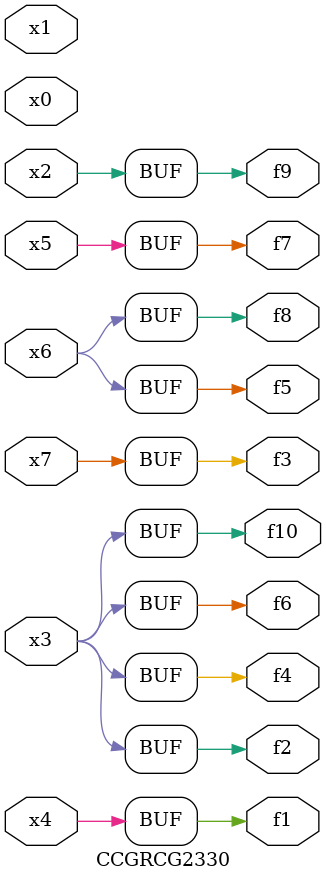
<source format=v>
module CCGRCG2330(
	input x0, x1, x2, x3, x4, x5, x6, x7,
	output f1, f2, f3, f4, f5, f6, f7, f8, f9, f10
);
	assign f1 = x4;
	assign f2 = x3;
	assign f3 = x7;
	assign f4 = x3;
	assign f5 = x6;
	assign f6 = x3;
	assign f7 = x5;
	assign f8 = x6;
	assign f9 = x2;
	assign f10 = x3;
endmodule

</source>
